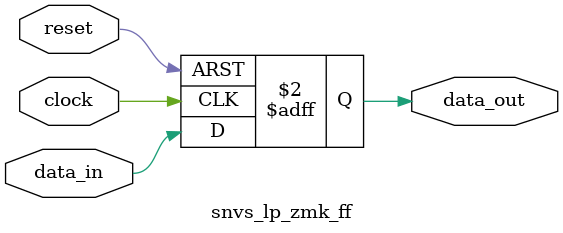
<source format=v>

module  snvs_lp_zmk_ff
  (//--- Inputs
   clock,
   reset,
   data_in,
   //--- Outputs
   data_out
   );  // snvs_lp_zmk_ff

   ///////////////////////////////////////////////////////////////////////////
   //
   // MODULE PORTS
   //
   ///////////////////////////////////////////////////////////////////////////
 
   input                  clock;                 // FF Clock
   input                  reset;                 // FF Reset (Active High) 
   input                  data_in;               // FF Input

   output                 data_out;              // FF Output

   ///////////////////////////////////////////////////////////////////////////
   //
   // OUTPUT WIRES
   //
   ///////////////////////////////////////////////////////////////////////////

`ifdef SNVS_ZMK_SPECIFIC_FF   // Instantiate Special FF Design
   wire                   data_out;              // FF Output
`else    // !`ifdef SNVS_ZMK_SPECIFIC_FF
   reg                    data_out;              // FF Output
`endif   // !`ifdef SNVS_ZMK_SPECIFIC_FF

   ///////////////////////////////////////////////////////////////////////////
   //
   // FF
   //
   ///////////////////////////////////////////////////////////////////////////

`ifdef SNVS_ZMK_SPECIFIC_FF   // Instantiate Special FF Design

   //--- Instanitate library specific flip-flop suitable for Key Storage
   sdffprp_hivt_2  key_ff
     (//--- Inputs 
      .ck                      (clock),
      .r                       (reset),
      .d                       (~data_in),
      .sdi                     (data_out),
      .se                      (1'b0),
      //--- Outputs
      .q                       (),
      .qb                      (data_out)
      );

`else    // !`ifdef SNVS_ZMK_SPECIFIC_FF

   //--- Regular Flip-Flop
   always @(posedge clock or posedge reset)
     begin
        if (reset)
           data_out  <=  1'b0;
        else
           data_out  <=  data_in;
     end

`endif   // !`ifdef SNVS_ZMK_SPECIFIC_FF

endmodule   // snvs_lp_zmk_ff

</source>
